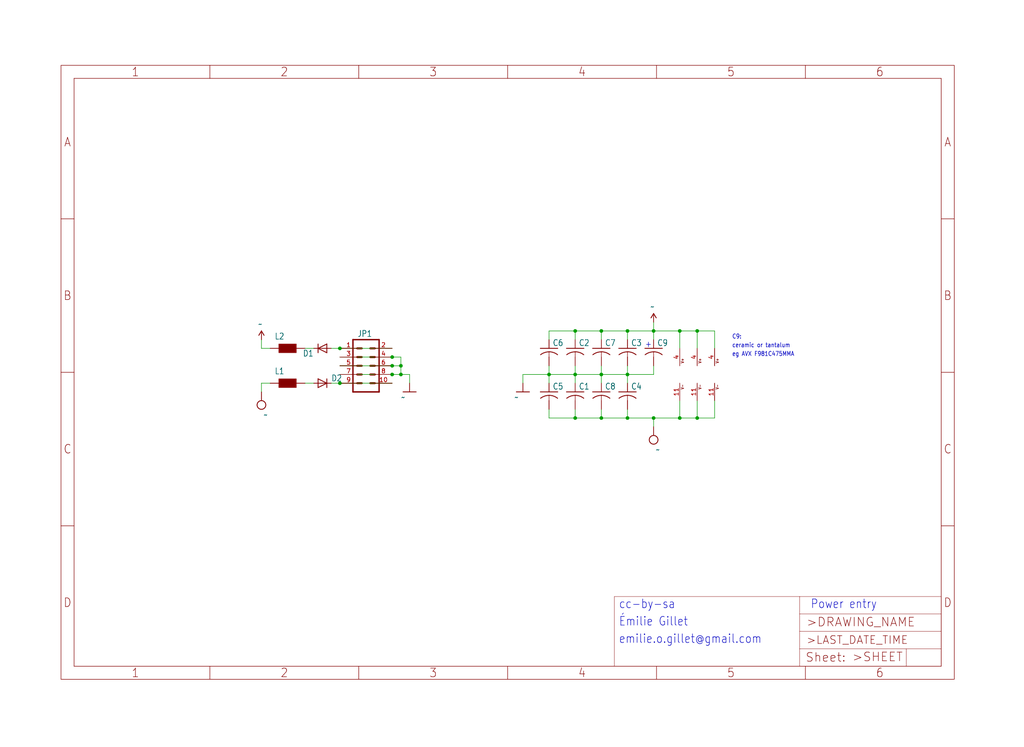
<source format=kicad_sch>
(kicad_sch (version 20211123) (generator eeschema)
  (paper "User" 298.45 217.881)
  (lib_symbols
    (symbol "kinks-eagle-import:A4L-LOC"
      (symbol "A4L-LOC_1_0"
        (polyline (pts (xy 0 44.7675) (xy 3.81 44.7675)))
        (polyline (pts (xy 0 89.535) (xy 3.81 89.535)))
        (polyline (pts (xy 0 134.3025) (xy 3.81 134.3025)))
        (polyline (pts (xy 3.81 3.81) (xy 3.81 175.26)))
        (polyline (pts (xy 43.3917 0) (xy 43.3917 3.81)))
        (polyline (pts (xy 43.3917 175.26) (xy 43.3917 179.07)))
        (polyline (pts (xy 86.7833 0) (xy 86.7833 3.81)))
        (polyline (pts (xy 86.7833 175.26) (xy 86.7833 179.07)))
        (polyline (pts (xy 130.175 0) (xy 130.175 3.81)))
        (polyline (pts (xy 130.175 175.26) (xy 130.175 179.07)))
        (polyline (pts (xy 161.29 3.81) (xy 161.29 24.13)) (stroke (width 0.1016)))
        (polyline (pts (xy 161.29 24.13) (xy 215.265 24.13)) (stroke (width 0.1016)))
        (polyline (pts (xy 173.5667 0) (xy 173.5667 3.81)))
        (polyline (pts (xy 173.5667 175.26) (xy 173.5667 179.07)))
        (polyline (pts (xy 215.265 8.89) (xy 215.265 3.81)) (stroke (width 0.1016)))
        (polyline (pts (xy 215.265 8.89) (xy 215.265 13.97)) (stroke (width 0.1016)))
        (polyline (pts (xy 215.265 13.97) (xy 215.265 19.05)) (stroke (width 0.1016)))
        (polyline (pts (xy 215.265 13.97) (xy 256.54 13.97)) (stroke (width 0.1016)))
        (polyline (pts (xy 215.265 19.05) (xy 215.265 24.13)) (stroke (width 0.1016)))
        (polyline (pts (xy 215.265 19.05) (xy 256.54 19.05)) (stroke (width 0.1016)))
        (polyline (pts (xy 215.265 24.13) (xy 256.54 24.13)) (stroke (width 0.1016)))
        (polyline (pts (xy 216.9583 0) (xy 216.9583 3.81)))
        (polyline (pts (xy 216.9583 175.26) (xy 216.9583 179.07)))
        (polyline (pts (xy 246.38 3.81) (xy 246.38 8.89)) (stroke (width 0.1016)))
        (polyline (pts (xy 246.38 8.89) (xy 215.265 8.89)) (stroke (width 0.1016)))
        (polyline (pts (xy 246.38 8.89) (xy 256.54 8.89)) (stroke (width 0.1016)))
        (polyline (pts (xy 256.54 3.81) (xy 3.81 3.81)))
        (polyline (pts (xy 256.54 3.81) (xy 256.54 8.89)) (stroke (width 0.1016)))
        (polyline (pts (xy 256.54 3.81) (xy 256.54 175.26)))
        (polyline (pts (xy 256.54 8.89) (xy 256.54 13.97)) (stroke (width 0.1016)))
        (polyline (pts (xy 256.54 13.97) (xy 256.54 19.05)) (stroke (width 0.1016)))
        (polyline (pts (xy 256.54 19.05) (xy 256.54 24.13)) (stroke (width 0.1016)))
        (polyline (pts (xy 256.54 44.7675) (xy 260.35 44.7675)))
        (polyline (pts (xy 256.54 89.535) (xy 260.35 89.535)))
        (polyline (pts (xy 256.54 134.3025) (xy 260.35 134.3025)))
        (polyline (pts (xy 256.54 175.26) (xy 3.81 175.26)))
        (polyline (pts (xy 0 0) (xy 260.35 0) (xy 260.35 179.07) (xy 0 179.07) (xy 0 0)))
        (text "1" (at 21.6958 1.905 0) (effects (font (size 2.54 2.286))))
        (text "1" (at 21.6958 177.165 0) (effects (font (size 2.54 2.286))))
        (text "2" (at 65.0875 1.905 0) (effects (font (size 2.54 2.286))))
        (text "2" (at 65.0875 177.165 0) (effects (font (size 2.54 2.286))))
        (text "3" (at 108.4792 1.905 0) (effects (font (size 2.54 2.286))))
        (text "3" (at 108.4792 177.165 0) (effects (font (size 2.54 2.286))))
        (text "4" (at 151.8708 1.905 0) (effects (font (size 2.54 2.286))))
        (text "4" (at 151.8708 177.165 0) (effects (font (size 2.54 2.286))))
        (text "5" (at 195.2625 1.905 0) (effects (font (size 2.54 2.286))))
        (text "5" (at 195.2625 177.165 0) (effects (font (size 2.54 2.286))))
        (text "6" (at 238.6542 1.905 0) (effects (font (size 2.54 2.286))))
        (text "6" (at 238.6542 177.165 0) (effects (font (size 2.54 2.286))))
        (text ">DRAWING_NAME" (at 217.17 15.24 0) (effects (font (size 2.54 2.54)) (justify left bottom)))
        (text ">LAST_DATE_TIME" (at 217.17 10.16 0) (effects (font (size 2.286 2.286)) (justify left bottom)))
        (text ">SHEET" (at 230.505 5.08 0) (effects (font (size 2.54 2.54)) (justify left bottom)))
        (text "A" (at 1.905 156.6863 0) (effects (font (size 2.54 2.286))))
        (text "A" (at 258.445 156.6863 0) (effects (font (size 2.54 2.286))))
        (text "B" (at 1.905 111.9188 0) (effects (font (size 2.54 2.286))))
        (text "B" (at 258.445 111.9188 0) (effects (font (size 2.54 2.286))))
        (text "C" (at 1.905 67.1513 0) (effects (font (size 2.54 2.286))))
        (text "C" (at 258.445 67.1513 0) (effects (font (size 2.54 2.286))))
        (text "D" (at 1.905 22.3838 0) (effects (font (size 2.54 2.286))))
        (text "D" (at 258.445 22.3838 0) (effects (font (size 2.54 2.286))))
        (text "Sheet:" (at 216.916 4.953 0) (effects (font (size 2.54 2.54)) (justify left bottom)))
      )
    )
    (symbol "kinks-eagle-import:C-USC0402"
      (property "Reference" "C" (at 1.016 0.635 0))
      (property "Value" "C-USC0402" (at 1.016 -4.191 0))
      (symbol "C-USC0402_1_0"
        (arc (start 0 -1.0161) (mid -1.302 -1.2303) (end -2.4668 -1.8504) (stroke (width 0.254)))
        (polyline (pts (xy -2.54 0) (xy 2.54 0)) (stroke (width 0.254)))
        (polyline (pts (xy 0 -1.016) (xy 0 -2.54)) (stroke (width 0.1524)))
        (arc (start 2.4892 -1.8542) (mid 1.3158 -1.2195) (end 0 -1) (stroke (width 0.254)))
        (pin passive line (at 0 2.54 270) (length 2.54) (name "1") (number "1"))
        (pin passive line (at 0 -5.08 90) (length 2.54) (name "2") (number "2"))
      )
    )
    (symbol "kinks-eagle-import:C-USC0603"
      (property "Reference" "C" (at 1.016 0.635 0))
      (property "Value" "C-USC0603" (at 1.016 -4.191 0))
      (symbol "C-USC0603_1_0"
        (arc (start 0 -1.0161) (mid -1.302 -1.2303) (end -2.4668 -1.8504) (stroke (width 0.254)))
        (polyline (pts (xy -2.54 0) (xy 2.54 0)) (stroke (width 0.254)))
        (polyline (pts (xy 0 -1.016) (xy 0 -2.54)) (stroke (width 0.1524)))
        (arc (start 2.4892 -1.8542) (mid 1.3158 -1.2195) (end 0 -1) (stroke (width 0.254)))
        (pin passive line (at 0 2.54 270) (length 2.54) (name "1") (number "1"))
        (pin passive line (at 0 -5.08 90) (length 2.54) (name "2") (number "2"))
      )
    )
    (symbol "kinks-eagle-import:C-USC0805"
      (property "Reference" "C" (at 1.016 0.635 0))
      (property "Value" "C-USC0805" (at 1.016 -4.191 0))
      (symbol "C-USC0805_1_0"
        (arc (start 0 -1.0161) (mid -1.302 -1.2303) (end -2.4668 -1.8504) (stroke (width 0.254)))
        (polyline (pts (xy -2.54 0) (xy 2.54 0)) (stroke (width 0.254)))
        (polyline (pts (xy 0 -1.016) (xy 0 -2.54)) (stroke (width 0.1524)))
        (arc (start 2.4892 -1.8542) (mid 1.3158 -1.2195) (end 0 -1) (stroke (width 0.254)))
        (pin passive line (at 0 2.54 270) (length 2.54) (name "1") (number "1"))
        (pin passive line (at 0 -5.08 90) (length 2.54) (name "2") (number "2"))
      )
    )
    (symbol "kinks-eagle-import:DIODE-SOD523"
      (property "Reference" "D" (at 2.54 0.4826 0))
      (property "Value" "DIODE-SOD523" (at 2.54 -2.3114 0))
      (symbol "DIODE-SOD523_1_0"
        (polyline (pts (xy -1.27 -1.27) (xy 1.27 0)) (stroke (width 0.254)))
        (polyline (pts (xy -1.27 1.27) (xy -1.27 -1.27)) (stroke (width 0.254)))
        (polyline (pts (xy 1.27 0) (xy -1.27 1.27)) (stroke (width 0.254)))
        (polyline (pts (xy 1.27 0) (xy 1.27 -1.27)) (stroke (width 0.254)))
        (polyline (pts (xy 1.27 1.27) (xy 1.27 0)) (stroke (width 0.254)))
        (pin passive line (at -2.54 0 0) (length 2.54) (name "A") (number "A"))
        (pin passive line (at 2.54 0 180) (length 2.54) (name "C") (number "C"))
      )
    )
    (symbol "kinks-eagle-import:GND" (power)
      (property "Value" "GND" (at -2.54 -2.54 0))
      (symbol "GND_1_0"
        (polyline (pts (xy -1.905 0) (xy 1.905 0)) (stroke (width 0.254)))
        (pin power_in line (at 0 2.54 270) (length 2.54) (name "GND") (number "1"))
      )
    )
    (symbol "kinks-eagle-import:M05X2PTH"
      (property "Reference" "JP" (at -2.54 8.382 0))
      (property "Value" "M05X2PTH" (at -2.54 -10.16 0))
      (symbol "M05X2PTH_1_0"
        (polyline (pts (xy -3.81 7.62) (xy -3.81 -7.62)) (stroke (width 0.4064)))
        (polyline (pts (xy -3.81 7.62) (xy 3.81 7.62)) (stroke (width 0.4064)))
        (polyline (pts (xy -1.27 -5.08) (xy -2.54 -5.08)) (stroke (width 0.6096)))
        (polyline (pts (xy -1.27 -2.54) (xy -2.54 -2.54)) (stroke (width 0.6096)))
        (polyline (pts (xy -1.27 0) (xy -2.54 0)) (stroke (width 0.6096)))
        (polyline (pts (xy -1.27 2.54) (xy -2.54 2.54)) (stroke (width 0.6096)))
        (polyline (pts (xy -1.27 5.08) (xy -2.54 5.08)) (stroke (width 0.6096)))
        (polyline (pts (xy 1.27 -5.08) (xy 2.54 -5.08)) (stroke (width 0.6096)))
        (polyline (pts (xy 1.27 -2.54) (xy 2.54 -2.54)) (stroke (width 0.6096)))
        (polyline (pts (xy 1.27 0) (xy 2.54 0)) (stroke (width 0.6096)))
        (polyline (pts (xy 1.27 2.54) (xy 2.54 2.54)) (stroke (width 0.6096)))
        (polyline (pts (xy 1.27 5.08) (xy 2.54 5.08)) (stroke (width 0.6096)))
        (polyline (pts (xy 3.81 -7.62) (xy -3.81 -7.62)) (stroke (width 0.4064)))
        (polyline (pts (xy 3.81 -7.62) (xy 3.81 7.62)) (stroke (width 0.4064)))
        (pin passive line (at -7.62 5.08 0) (length 5.08) (name "1") (number "1"))
        (pin passive line (at 7.62 -5.08 180) (length 5.08) (name "10") (number "10"))
        (pin passive line (at 7.62 5.08 180) (length 5.08) (name "2") (number "2"))
        (pin passive line (at -7.62 2.54 0) (length 5.08) (name "3") (number "3"))
        (pin passive line (at 7.62 2.54 180) (length 5.08) (name "4") (number "4"))
        (pin passive line (at -7.62 0 0) (length 5.08) (name "5") (number "5"))
        (pin passive line (at 7.62 0 180) (length 5.08) (name "6") (number "6"))
        (pin passive line (at -7.62 -2.54 0) (length 5.08) (name "7") (number "7"))
        (pin passive line (at 7.62 -2.54 180) (length 5.08) (name "8") (number "8"))
        (pin passive line (at -7.62 -5.08 0) (length 5.08) (name "9") (number "9"))
      )
    )
    (symbol "kinks-eagle-import:TL074PW"
      (symbol "TL074PW_1_0"
        (polyline (pts (xy -5.08 -5.08) (xy 5.08 0)) (stroke (width 0.4064)))
        (polyline (pts (xy -5.08 5.08) (xy -5.08 -5.08)) (stroke (width 0.4064)))
        (polyline (pts (xy -4.445 -2.54) (xy -3.175 -2.54)) (stroke (width 0.1524)))
        (polyline (pts (xy -4.445 2.54) (xy -3.175 2.54)) (stroke (width 0.1524)))
        (polyline (pts (xy -3.81 3.175) (xy -3.81 1.905)) (stroke (width 0.1524)))
        (polyline (pts (xy 5.08 0) (xy -5.08 5.08)) (stroke (width 0.4064)))
        (pin output line (at 7.62 0 180) (length 2.54) (name "OUT") (number "1"))
        (pin input line (at -7.62 -2.54 0) (length 2.54) (name "-IN") (number "2"))
        (pin input line (at -7.62 2.54 0) (length 2.54) (name "+IN") (number "3"))
      )
      (symbol "TL074PW_2_0"
        (polyline (pts (xy -5.08 -5.08) (xy 5.08 0)) (stroke (width 0.4064)))
        (polyline (pts (xy -5.08 5.08) (xy -5.08 -5.08)) (stroke (width 0.4064)))
        (polyline (pts (xy -4.445 -2.54) (xy -3.175 -2.54)) (stroke (width 0.1524)))
        (polyline (pts (xy -4.445 2.54) (xy -3.175 2.54)) (stroke (width 0.1524)))
        (polyline (pts (xy -3.81 3.175) (xy -3.81 1.905)) (stroke (width 0.1524)))
        (polyline (pts (xy 5.08 0) (xy -5.08 5.08)) (stroke (width 0.4064)))
        (pin input line (at -7.62 2.54 0) (length 2.54) (name "+IN") (number "5"))
        (pin input line (at -7.62 -2.54 0) (length 2.54) (name "-IN") (number "6"))
        (pin output line (at 7.62 0 180) (length 2.54) (name "OUT") (number "7"))
      )
      (symbol "TL074PW_3_0"
        (polyline (pts (xy -5.08 -5.08) (xy 5.08 0)) (stroke (width 0.4064)))
        (polyline (pts (xy -5.08 5.08) (xy -5.08 -5.08)) (stroke (width 0.4064)))
        (polyline (pts (xy -4.445 -2.54) (xy -3.175 -2.54)) (stroke (width 0.1524)))
        (polyline (pts (xy -4.445 2.54) (xy -3.175 2.54)) (stroke (width 0.1524)))
        (polyline (pts (xy -3.81 3.175) (xy -3.81 1.905)) (stroke (width 0.1524)))
        (polyline (pts (xy 5.08 0) (xy -5.08 5.08)) (stroke (width 0.4064)))
        (pin input line (at -7.62 2.54 0) (length 2.54) (name "+IN") (number "10"))
        (pin output line (at 7.62 0 180) (length 2.54) (name "OUT") (number "8"))
        (pin input line (at -7.62 -2.54 0) (length 2.54) (name "-IN") (number "9"))
      )
      (symbol "TL074PW_4_0"
        (polyline (pts (xy -5.08 -5.08) (xy 5.08 0)) (stroke (width 0.4064)))
        (polyline (pts (xy -5.08 5.08) (xy -5.08 -5.08)) (stroke (width 0.4064)))
        (polyline (pts (xy -4.445 -2.54) (xy -3.175 -2.54)) (stroke (width 0.1524)))
        (polyline (pts (xy -4.445 2.54) (xy -3.175 2.54)) (stroke (width 0.1524)))
        (polyline (pts (xy -3.81 3.175) (xy -3.81 1.905)) (stroke (width 0.1524)))
        (polyline (pts (xy 5.08 0) (xy -5.08 5.08)) (stroke (width 0.4064)))
        (pin input line (at -7.62 2.54 0) (length 2.54) (name "+IN") (number "12"))
        (pin input line (at -7.62 -2.54 0) (length 2.54) (name "-IN") (number "13"))
        (pin output line (at 7.62 0 180) (length 2.54) (name "OUT") (number "14"))
      )
      (symbol "TL074PW_5_0"
        (text "V+" (at 1.27 3.175 900) (effects (font (size 0.8128 0.6908)) (justify left bottom)))
        (text "V-" (at 1.27 -4.445 900) (effects (font (size 0.8128 0.6908)) (justify left bottom)))
        (pin power_in line (at 0 -7.62 90) (length 5.08) (name "V-") (number "11"))
        (pin power_in line (at 0 7.62 270) (length 5.08) (name "V+") (number "4"))
      )
    )
    (symbol "kinks-eagle-import:VCC" (power)
      (property "Value" "VCC" (at -1.016 3.556 0))
      (symbol "VCC_1_0"
        (polyline (pts (xy 0 2.54) (xy -0.762 1.27)) (stroke (width 0.254)))
        (polyline (pts (xy 0.762 1.27) (xy 0 2.54)) (stroke (width 0.254)))
        (pin power_in line (at 0 0 90) (length 2.54) (name "VCC") (number "1"))
      )
    )
    (symbol "kinks-eagle-import:VEE" (power)
      (property "Value" "VEE" (at -1.905 3.175 0))
      (symbol "VEE_1_0"
        (circle (center 0 1.27) (radius 1.27) (stroke (width 0.254)))
        (pin power_in line (at 0 -2.54 90) (length 2.54) (name "VEE") (number "1"))
      )
    )
    (symbol "kinks-eagle-import:WE-CBF_0603"
      (property "Reference" "L" (at -3.81 5.08 0))
      (property "Value" "WE-CBF_0603" (at -3.81 -1.27 0))
      (symbol "WE-CBF_0603_1_0"
        (rectangle (start -2.54 1.27) (end 2.54 3.81) (fill (type outline)))
        (pin passive line (at -5.08 2.54 0) (length 2.54) (name "1") (number "1"))
        (pin passive line (at 5.08 2.54 180) (length 2.54) (name "2") (number "2"))
      )
    )
  )
  (junction (at 203.2 121.92))
  (junction (at 167.64 121.92))
  (junction (at 190.5 121.92))
  (junction (at 198.12 121.92))
  (junction (at 116.84 109.22))
  (junction (at 167.64 96.52))
  (junction (at 99.06 101.6))
  (junction (at 190.5 96.52))
  (junction (at 175.26 121.92))
  (junction (at 175.26 96.52))
  (junction (at 198.12 96.52))
  (junction (at 182.88 121.92))
  (junction (at 116.84 106.68))
  (junction (at 175.26 109.22))
  (junction (at 114.3 106.68))
  (junction (at 160.02 109.22))
  (junction (at 167.64 109.22))
  (junction (at 182.88 96.52))
  (junction (at 114.3 109.22))
  (junction (at 203.2 96.52))
  (junction (at 114.3 104.14))
  (junction (at 182.88 109.22))
  (junction (at 99.06 111.76))
  (wire (pts (xy 160.02 99.06) (xy 160.02 96.52)))
  (wire (pts (xy 182.88 119.38) (xy 182.88 121.92)))
  (wire (pts (xy 99.06 111.76) (xy 114.3 111.76)))
  (wire (pts (xy 198.12 121.92) (xy 203.2 121.92)))
  (wire (pts (xy 96.52 111.76) (xy 99.06 111.76)))
  (wire (pts (xy 198.12 96.52) (xy 190.5 96.52)))
  (wire (pts (xy 119.38 109.22) (xy 119.38 111.76)))
  (wire (pts (xy 99.06 109.22) (xy 114.3 109.22)))
  (wire (pts (xy 190.5 124.46) (xy 190.5 121.92)))
  (wire (pts (xy 96.52 101.6) (xy 99.06 101.6)))
  (wire (pts (xy 152.4 109.22) (xy 160.02 109.22)))
  (wire (pts (xy 116.84 104.14) (xy 116.84 106.68)))
  (wire (pts (xy 114.3 109.22) (xy 116.84 109.22)))
  (wire (pts (xy 167.64 109.22) (xy 175.26 109.22)))
  (wire (pts (xy 160.02 109.22) (xy 167.64 109.22)))
  (wire (pts (xy 198.12 116.84) (xy 198.12 121.92)))
  (wire (pts (xy 208.28 101.6) (xy 208.28 96.52)))
  (wire (pts (xy 175.26 111.76) (xy 175.26 109.22)))
  (wire (pts (xy 182.88 96.52) (xy 190.5 96.52)))
  (wire (pts (xy 99.06 104.14) (xy 114.3 104.14)))
  (wire (pts (xy 99.06 101.6) (xy 114.3 101.6)))
  (wire (pts (xy 203.2 116.84) (xy 203.2 121.92)))
  (wire (pts (xy 203.2 96.52) (xy 203.2 101.6)))
  (wire (pts (xy 203.2 121.92) (xy 208.28 121.92)))
  (wire (pts (xy 116.84 106.68) (xy 114.3 106.68)))
  (wire (pts (xy 190.5 96.52) (xy 190.5 99.06)))
  (wire (pts (xy 78.74 101.6) (xy 76.2 101.6)))
  (wire (pts (xy 167.64 119.38) (xy 167.64 121.92)))
  (wire (pts (xy 175.26 121.92) (xy 182.88 121.92)))
  (wire (pts (xy 167.64 111.76) (xy 167.64 109.22)))
  (wire (pts (xy 175.26 99.06) (xy 175.26 96.52)))
  (wire (pts (xy 190.5 93.98) (xy 190.5 96.52)))
  (wire (pts (xy 167.64 96.52) (xy 167.64 99.06)))
  (wire (pts (xy 91.44 101.6) (xy 88.9 101.6)))
  (wire (pts (xy 160.02 119.38) (xy 160.02 121.92)))
  (wire (pts (xy 190.5 121.92) (xy 198.12 121.92)))
  (wire (pts (xy 167.64 106.68) (xy 167.64 109.22)))
  (wire (pts (xy 160.02 111.76) (xy 160.02 109.22)))
  (wire (pts (xy 114.3 104.14) (xy 116.84 104.14)))
  (wire (pts (xy 175.26 119.38) (xy 175.26 121.92)))
  (wire (pts (xy 190.5 109.22) (xy 182.88 109.22)))
  (wire (pts (xy 198.12 101.6) (xy 198.12 96.52)))
  (wire (pts (xy 175.26 106.68) (xy 175.26 109.22)))
  (wire (pts (xy 78.74 111.76) (xy 76.2 111.76)))
  (wire (pts (xy 160.02 109.22) (xy 160.02 106.68)))
  (wire (pts (xy 160.02 121.92) (xy 167.64 121.92)))
  (wire (pts (xy 182.88 121.92) (xy 190.5 121.92)))
  (wire (pts (xy 116.84 106.68) (xy 116.84 109.22)))
  (wire (pts (xy 116.84 109.22) (xy 119.38 109.22)))
  (wire (pts (xy 152.4 109.22) (xy 152.4 111.76)))
  (wire (pts (xy 203.2 96.52) (xy 198.12 96.52)))
  (wire (pts (xy 175.26 96.52) (xy 167.64 96.52)))
  (wire (pts (xy 160.02 96.52) (xy 167.64 96.52)))
  (wire (pts (xy 76.2 111.76) (xy 76.2 114.3)))
  (wire (pts (xy 175.26 109.22) (xy 182.88 109.22)))
  (wire (pts (xy 208.28 96.52) (xy 203.2 96.52)))
  (wire (pts (xy 88.9 111.76) (xy 91.44 111.76)))
  (wire (pts (xy 76.2 99.06) (xy 76.2 101.6)))
  (wire (pts (xy 208.28 116.84) (xy 208.28 121.92)))
  (wire (pts (xy 182.88 109.22) (xy 182.88 106.68)))
  (wire (pts (xy 182.88 99.06) (xy 182.88 96.52)))
  (wire (pts (xy 182.88 111.76) (xy 182.88 109.22)))
  (wire (pts (xy 175.26 121.92) (xy 167.64 121.92)))
  (wire (pts (xy 114.3 106.68) (xy 99.06 106.68)))
  (wire (pts (xy 175.26 96.52) (xy 182.88 96.52)))
  (wire (pts (xy 190.5 106.68) (xy 190.5 109.22)))
  (text "cc-by-sa" (at 180.34 177.8 180) (effects (font (size 2.54 2.159)) (justify left bottom)))
  (text "ceramic or tantalum" (at 213.36 101.6 180) (effects (font (size 1.27 1.0795)) (justify left bottom)))
  (text "Émilie Gillet" (at 180.34 182.88 180) (effects (font (size 2.54 2.159)) (justify left bottom)))
  (text "+" (at 187.96 101.6 180) (effects (font (size 1.778 1.5113)) (justify left bottom)))
  (text "Power entry" (at 236.22 177.8 180) (effects (font (size 2.54 2.159)) (justify left bottom)))
  (text "emilie.o.gillet@gmail.com" (at 180.34 187.96 180) (effects (font (size 2.54 2.159)) (justify left bottom)))
  (text "eg AVX F981C475MMA" (at 213.36 104.14 180) (effects (font (size 1.27 1.0795)) (justify left bottom)))
  (text "C9:" (at 213.36 99.06 180) (effects (font (size 1.27 1.0795)) (justify left bottom)))
  (symbol (lib_id "kinks-eagle-import:TL074PW") (at 198.12 109.22 0) (unit 5)
    (property "Reference" "IC1" (effects hide))
  )
  (symbol (lib_id "kinks-eagle-import:GND") (at 119.38 114.3 0) (unit 1)
    (property "Reference" "#GND1" (effects hide))
  )
  (symbol (lib_id "kinks-eagle-import:C-USC0805") (at 160.02 101.6 0) (unit 1)
    (property "Reference" "C6" (at 161.036 100.965 0) (effects (font (size 1.778 1.5113)) (justify left bottom)))
  )
  (symbol (lib_id "kinks-eagle-import:GND") (at 152.4 114.3 0) (unit 1)
    (property "Reference" "#GND26" (effects hide))
  )
  (symbol (lib_id "kinks-eagle-import:A4L-LOC") (at 17.78 198.12 0) (unit 1)
    (property "Reference" "#FRAME8" (effects hide))
  )
  (symbol (lib_id "kinks-eagle-import:C-USC0402") (at 175.26 101.6 0) (unit 1)
    (property "Reference" "C7" (at 176.276 100.965 0) (effects (font (size 1.778 1.5113)) (justify left bottom)))
  )
  (symbol (lib_id "kinks-eagle-import:C-USC0805") (at 167.64 114.3 0) (unit 1)
    (property "Reference" "C1" (at 168.656 113.665 0) (effects (font (size 1.778 1.5113)) (justify left bottom)))
  )
  (symbol (lib_id "kinks-eagle-import:C-USC0402") (at 182.88 101.6 0) (unit 1)
    (property "Reference" "C3" (at 183.896 100.965 0) (effects (font (size 1.778 1.5113)) (justify left bottom)))
  )
  (symbol (lib_id "kinks-eagle-import:VEE") (at 76.2 116.84 180) (unit 1)
    (property "Reference" "#SUPPLY1" (effects hide))
  )
  (symbol (lib_id "kinks-eagle-import:DIODE-SOD523") (at 93.98 101.6 180) (unit 1)
    (property "Reference" "D1" (at 91.44 102.0826 0) (effects (font (size 1.778 1.5113)) (justify left bottom)))
  )
  (symbol (lib_id "kinks-eagle-import:TL074PW") (at 203.2 109.22 0) (unit 5)
    (property "Reference" "IC3" (effects hide))
  )
  (symbol (lib_id "kinks-eagle-import:DIODE-SOD523") (at 93.98 111.76 0) (unit 1)
    (property "Reference" "D2" (at 96.52 111.2774 0) (effects (font (size 1.778 1.5113)) (justify left bottom)))
  )
  (symbol (lib_id "kinks-eagle-import:C-USC0402") (at 182.88 114.3 0) (unit 1)
    (property "Reference" "C4" (at 183.896 113.665 0) (effects (font (size 1.778 1.5113)) (justify left bottom)))
  )
  (symbol (lib_id "kinks-eagle-import:VEE") (at 190.5 127 180) (unit 1)
    (property "Reference" "#SUPPLY4" (effects hide))
  )
  (symbol (lib_id "kinks-eagle-import:M05X2PTH") (at 106.68 106.68 0) (unit 1)
    (property "Reference" "JP1" (at 104.14 98.298 0) (effects (font (size 1.778 1.5113)) (justify left bottom)))
  )
  (symbol (lib_id "kinks-eagle-import:C-USC0402") (at 175.26 114.3 0) (unit 1)
    (property "Reference" "C8" (at 176.276 113.665 0) (effects (font (size 1.778 1.5113)) (justify left bottom)))
  )
  (symbol (lib_id "kinks-eagle-import:C-USC0805") (at 167.64 101.6 0) (unit 1)
    (property "Reference" "C2" (at 168.656 100.965 0) (effects (font (size 1.778 1.5113)) (justify left bottom)))
  )
  (symbol (lib_id "kinks-eagle-import:C-USC0805") (at 160.02 114.3 0) (unit 1)
    (property "Reference" "C5" (at 161.036 113.665 0) (effects (font (size 1.778 1.5113)) (justify left bottom)))
  )
  (symbol (lib_id "kinks-eagle-import:WE-CBF_0603") (at 83.82 114.3 0) (unit 1)
    (property "Reference" "L1" (at 80.01 109.22 0) (effects (font (size 1.778 1.5113)) (justify left bottom)))
  )
  (symbol (lib_id "kinks-eagle-import:C-USC0603") (at 190.5 101.6 0) (unit 1)
    (property "Reference" "C9" (at 191.516 100.965 0) (effects (font (size 1.778 1.5113)) (justify left bottom)))
  )
  (symbol (lib_id "kinks-eagle-import:WE-CBF_0603") (at 83.82 104.14 0) (unit 1)
    (property "Reference" "L2" (at 80.01 99.06 0) (effects (font (size 1.778 1.5113)) (justify left bottom)))
  )
  (symbol (lib_id "kinks-eagle-import:TL074PW") (at 208.28 109.22 0) (unit 5)
    (property "Reference" "IC4" (effects hide))
  )
  (symbol (lib_id "kinks-eagle-import:VCC") (at 76.2 99.06 0) (unit 1)
    (property "Reference" "#P+1" (effects hide))
  )
  (symbol (lib_id "kinks-eagle-import:VCC") (at 190.5 93.98 0) (unit 1)
    (property "Reference" "#P+5" (effects hide))
  )
)
</source>
